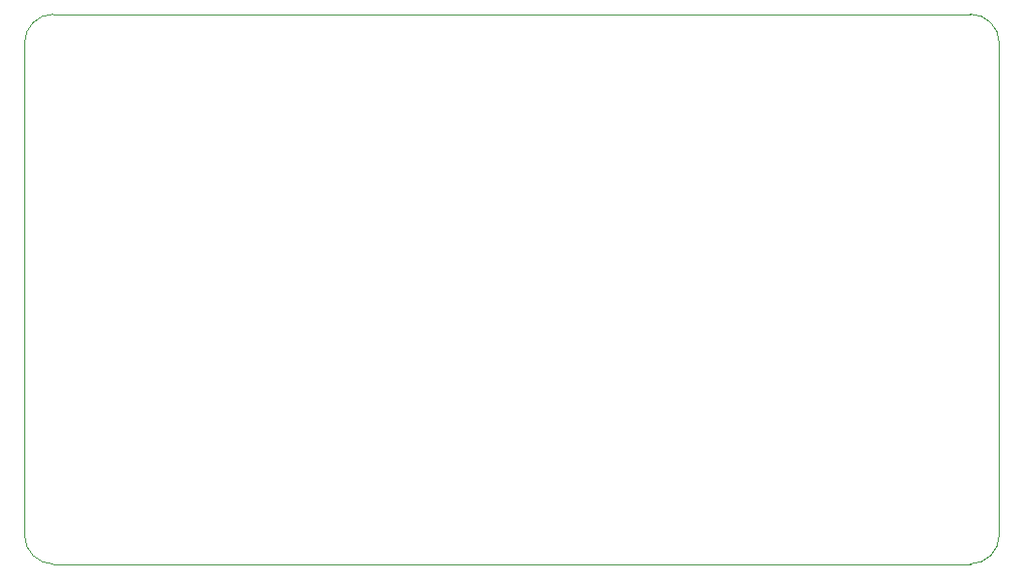
<source format=gbr>
%TF.GenerationSoftware,KiCad,Pcbnew,9.0.2*%
%TF.CreationDate,2025-06-23T15:15:27-04:00*%
%TF.ProjectId,GamePad,47616d65-5061-4642-9e6b-696361645f70,rev?*%
%TF.SameCoordinates,Original*%
%TF.FileFunction,Profile,NP*%
%FSLAX46Y46*%
G04 Gerber Fmt 4.6, Leading zero omitted, Abs format (unit mm)*
G04 Created by KiCad (PCBNEW 9.0.2) date 2025-06-23 15:15:27*
%MOMM*%
%LPD*%
G01*
G04 APERTURE LIST*
%TA.AperFunction,Profile*%
%ADD10C,0.050000*%
%TD*%
G04 APERTURE END LIST*
D10*
X14768750Y-197831250D02*
G75*
G02*
X12268750Y-195331250I0J2500000D01*
G01*
X97268750Y-195331250D02*
G75*
G02*
X94768750Y-197831250I-2499950J-50D01*
G01*
X12268750Y-152331250D02*
G75*
G02*
X14768750Y-149831250I2500000J0D01*
G01*
X94768750Y-149831250D02*
G75*
G02*
X97268750Y-152331250I50J-2499950D01*
G01*
X94768750Y-197831250D02*
X14768750Y-197831250D01*
X12268750Y-195331250D02*
X12268750Y-152331250D01*
X97268750Y-152331250D02*
X97268750Y-195331250D01*
X14768750Y-149831250D02*
X94768750Y-149831250D01*
M02*

</source>
